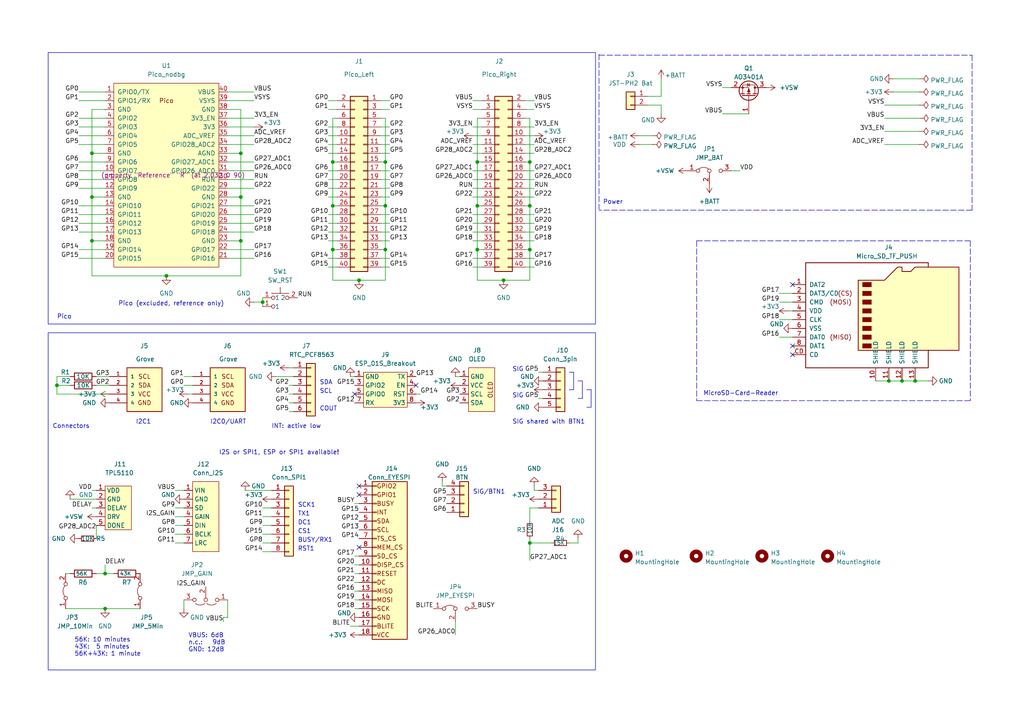
<source format=kicad_sch>
(kicad_sch (version 20230121) (generator eeschema)
  (paper "A4")
  (title_block (title "Pico-Proto Board") (date "2025-05-27") (rev "1.01") (company "Bernhard Bablok") (comment 1 "https://github.com/bablokb/pcb-pico-proto-pboard"))
  (junction (at 111.76 59.69))
  (junction (at 104.14 81.28))
  (junction (at 111.76 46.99))
  (junction (at 26.67 57.15))
  (junction (at 146.05 81.28))
  (junction (at 261.62 110.49))
  (junction (at 26.67 44.45))
  (junction (at 96.52 72.39))
  (junction (at 76.2 87.63))
  (junction (at 153.67 59.69))
  (junction (at 257.81 110.49))
  (junction (at 30.48 166.37))
  (junction (at 96.52 59.69))
  (junction (at 30.48 176.53))
  (junction (at 26.67 69.85))
  (junction (at 69.85 44.45))
  (junction (at 69.85 57.15))
  (junction (at 138.43 59.69))
  (junction (at 111.76 72.39))
  (junction (at 153.67 72.39))
  (junction (at 153.67 157.48))
  (junction (at 265.43 110.49))
  (junction (at 69.85 69.85))
  (junction (at 138.43 72.39))
  (junction (at 48.26 80.01))
  (junction (at 16.51 111.76))
  (junction (at 138.43 46.99))
  (junction (at 96.52 46.99))
  (junction (at 153.67 46.99))
  (no_connect (at 104.14 143.51))
  (no_connect (at 229.87 100.33))
  (no_connect (at 104.14 140.97))
  (no_connect (at 102.87 114.3))
  (no_connect (at 104.14 158.75))
  (no_connect (at 229.87 102.87))
  (no_connect (at 120.65 111.76))
  (no_connect (at 229.87 82.55))
  (polyline (pts (xy 170.18 113.03) (xy 171.45 113.03)))
  (wire (pts (xy 76.2 147.32) (xy 78.74 147.32)))
  (wire (pts (xy 16.51 114.3) (xy 31.75 114.3)))
  (wire (pts (xy 153.67 157.48) (xy 160.02 157.48)))
  (wire (pts (xy 69.85 69.85) (xy 66.04 69.85)))
  (wire (pts (xy 256.54 41.91) (xy 266.7 41.91)))
  (wire (pts (xy 30.48 166.37) (xy 30.48 163.83)))
  (wire (pts (xy 214.63 49.53) (xy 212.09 49.53)))
  (wire (pts (xy 22.86 41.91) (xy 30.48 41.91)))
  (wire (pts (xy 27.94 152.4) (xy 27.94 156.21)))
  (wire (pts (xy 256.54 30.48) (xy 266.7 30.48)))
  (wire (pts (xy 95.25 57.15) (xy 97.79 57.15)))
  (polyline (pts (xy 165.1 113.03) (xy 166.37 113.03)))
  (wire (pts (xy 22.86 64.77) (xy 30.48 64.77)))
  (wire (pts (xy 83.82 111.76) (xy 85.09 111.76)))
  (wire (pts (xy 20.32 144.78) (xy 27.94 144.78)))
  (wire (pts (xy 76.2 160.02) (xy 78.74 160.02)))
  (wire (pts (xy 83.82 106.68) (xy 85.09 106.68)))
  (wire (pts (xy 73.66 26.67) (xy 66.04 26.67)))
  (polyline (pts (xy 171.45 113.03) (xy 171.45 118.11)))
  (wire (pts (xy 153.67 156.21) (xy 153.67 157.48)))
  (polyline (pts (xy 165.1 107.95) (xy 166.37 107.95)))
  (wire (pts (xy 154.94 142.24) (xy 156.21 142.24)))
  (wire (pts (xy 22.86 67.31) (xy 30.48 67.31)))
  (wire (pts (xy 73.66 67.31) (xy 66.04 67.31)))
  (wire (pts (xy 76.2 154.94) (xy 78.74 154.94)))
  (wire (pts (xy 73.66 52.07) (xy 66.04 52.07)))
  (wire (pts (xy 259.08 22.86) (xy 266.7 22.86)))
  (wire (pts (xy 138.43 81.28) (xy 146.05 81.28)))
  (wire (pts (xy 113.03 62.23) (xy 110.49 62.23)))
  (wire (pts (xy 154.94 77.47) (xy 152.4 77.47)))
  (wire (pts (xy 187.96 27.94) (xy 191.77 27.94)))
  (wire (pts (xy 26.67 147.32) (xy 27.94 147.32)))
  (wire (pts (xy 73.66 49.53) (xy 66.04 49.53)))
  (wire (pts (xy 154.94 36.83) (xy 152.4 36.83)))
  (wire (pts (xy 153.67 147.32) (xy 156.21 147.32)))
  (wire (pts (xy 26.67 69.85) (xy 26.67 80.01)))
  (wire (pts (xy 66.04 44.45) (xy 69.85 44.45)))
  (wire (pts (xy 154.94 31.75) (xy 152.4 31.75)))
  (wire (pts (xy 191.77 22.86) (xy 191.77 27.94)))
  (wire (pts (xy 22.86 59.69) (xy 30.48 59.69)))
  (wire (pts (xy 111.76 46.99) (xy 111.76 59.69)))
  (polyline (pts (xy 281.94 60.96) (xy 173.736 60.96)) (stroke (width 0) (type dash)))
  (wire (pts (xy 138.43 59.69) (xy 138.43 72.39)))
  (wire (pts (xy 111.76 34.29) (xy 111.76 46.99)))
  (wire (pts (xy 50.8 154.94) (xy 53.34 154.94)))
  (wire (pts (xy 265.43 110.49) (xy 269.24 110.49)))
  (wire (pts (xy 76.2 87.63) (xy 76.2 88.9)))
  (wire (pts (xy 111.76 72.39) (xy 110.49 72.39)))
  (wire (pts (xy 138.43 59.69) (xy 139.7 59.69)))
  (wire (pts (xy 50.8 149.86) (xy 53.34 149.86)))
  (wire (pts (xy 26.67 80.01) (xy 48.26 80.01)))
  (polyline (pts (xy 170.18 118.11) (xy 171.45 118.11)))
  (wire (pts (xy 226.06 85.09) (xy 229.87 85.09)))
  (wire (pts (xy 95.25 41.91) (xy 97.79 41.91)))
  (wire (pts (xy 154.94 69.85) (xy 152.4 69.85)))
  (wire (pts (xy 152.4 34.29) (xy 153.67 34.29)))
  (wire (pts (xy 191.77 30.48) (xy 191.77 33.02)))
  (wire (pts (xy 153.67 72.39) (xy 152.4 72.39)))
  (wire (pts (xy 156.21 107.95) (xy 157.48 107.95)))
  (wire (pts (xy 165.1 157.48) (xy 167.64 157.48)))
  (wire (pts (xy 256.54 38.1) (xy 266.7 38.1)))
  (wire (pts (xy 27.94 111.76) (xy 31.75 111.76)))
  (wire (pts (xy 83.82 114.3) (xy 85.09 114.3)))
  (wire (pts (xy 22.86 74.93) (xy 30.48 74.93)))
  (wire (pts (xy 110.49 34.29) (xy 111.76 34.29)))
  (wire (pts (xy 185.42 41.91) (xy 189.23 41.91)))
  (wire (pts (xy 96.52 72.39) (xy 96.52 81.28)))
  (wire (pts (xy 113.03 54.61) (xy 110.49 54.61)))
  (wire (pts (xy 152.4 59.69) (xy 153.67 59.69)))
  (wire (pts (xy 102.87 166.37) (xy 104.14 166.37)))
  (wire (pts (xy 26.67 44.45) (xy 26.67 57.15)))
  (polyline (pts (xy 173.736 15.748) (xy 173.736 60.706)) (stroke (width 0) (type dash)))
  (wire (pts (xy 154.94 54.61) (xy 152.4 54.61)))
  (wire (pts (xy 76.2 149.86) (xy 78.74 149.86)))
  (wire (pts (xy 95.25 69.85) (xy 97.79 69.85)))
  (wire (pts (xy 153.67 46.99) (xy 153.67 59.69)))
  (wire (pts (xy 66.04 57.15) (xy 69.85 57.15)))
  (wire (pts (xy 154.94 62.23) (xy 152.4 62.23)))
  (polyline (pts (xy 202.057 69.85) (xy 281.432 69.85)) (stroke (width 0) (type dash)))
  (wire (pts (xy 137.16 67.31) (xy 139.7 67.31)))
  (wire (pts (xy 50.8 147.32) (xy 53.34 147.32)))
  (wire (pts (xy 76.2 86.36) (xy 76.2 87.63)))
  (wire (pts (xy 153.67 59.69) (xy 153.67 72.39)))
  (wire (pts (xy 113.03 44.45) (xy 110.49 44.45)))
  (wire (pts (xy 154.94 39.37) (xy 152.4 39.37)))
  (wire (pts (xy 228.6 90.17) (xy 229.87 90.17)))
  (wire (pts (xy 76.2 152.4) (xy 78.74 152.4)))
  (wire (pts (xy 95.25 39.37) (xy 97.79 39.37)))
  (wire (pts (xy 96.52 81.28) (xy 104.14 81.28)))
  (wire (pts (xy 137.16 64.77) (xy 139.7 64.77)))
  (wire (pts (xy 22.86 34.29) (xy 30.48 34.29)))
  (wire (pts (xy 102.87 146.05) (xy 104.14 146.05)))
  (wire (pts (xy 73.66 46.99) (xy 66.04 46.99)))
  (wire (pts (xy 73.66 62.23) (xy 66.04 62.23)))
  (wire (pts (xy 111.76 81.28) (xy 111.76 72.39)))
  (wire (pts (xy 16.51 109.22) (xy 16.51 111.76)))
  (wire (pts (xy 261.62 110.49) (xy 265.43 110.49)))
  (wire (pts (xy 138.43 46.99) (xy 139.7 46.99)))
  (wire (pts (xy 110.49 46.99) (xy 111.76 46.99)))
  (wire (pts (xy 110.49 59.69) (xy 111.76 59.69)))
  (wire (pts (xy 96.52 72.39) (xy 97.79 72.39)))
  (wire (pts (xy 53.34 111.76) (xy 55.88 111.76)))
  (wire (pts (xy 102.87 168.91) (xy 104.14 168.91)))
  (wire (pts (xy 154.94 67.31) (xy 152.4 67.31)))
  (wire (pts (xy 113.03 74.93) (xy 110.49 74.93)))
  (wire (pts (xy 226.06 87.63) (xy 229.87 87.63)))
  (wire (pts (xy 113.03 29.21) (xy 110.49 29.21)))
  (wire (pts (xy 22.86 52.07) (xy 30.48 52.07)))
  (wire (pts (xy 138.43 72.39) (xy 138.43 81.28)))
  (wire (pts (xy 54.61 114.3) (xy 55.88 114.3)))
  (wire (pts (xy 257.81 110.49) (xy 261.62 110.49)))
  (wire (pts (xy 26.67 57.15) (xy 26.67 69.85)))
  (wire (pts (xy 121.92 114.3) (xy 120.65 114.3)))
  (wire (pts (xy 73.66 72.39) (xy 66.04 72.39)))
  (wire (pts (xy 137.16 77.47) (xy 139.7 77.47)))
  (wire (pts (xy 113.03 69.85) (xy 110.49 69.85)))
  (polyline (pts (xy 167.64 115.57) (xy 168.91 115.57)))
  (polyline (pts (xy 173.736 16.002) (xy 281.94 16.002)) (stroke (width 0) (type dash)))
  (wire (pts (xy 209.55 25.4) (xy 212.09 25.4)))
  (wire (pts (xy 30.48 166.37) (xy 33.02 166.37)))
  (wire (pts (xy 96.52 46.99) (xy 97.79 46.99)))
  (wire (pts (xy 153.67 147.32) (xy 153.67 151.13)))
  (wire (pts (xy 156.21 115.57) (xy 157.48 115.57)))
  (wire (pts (xy 102.87 161.29) (xy 104.14 161.29)))
  (wire (pts (xy 48.26 80.01) (xy 69.85 80.01)))
  (wire (pts (xy 137.16 39.37) (xy 139.7 39.37)))
  (wire (pts (xy 111.76 59.69) (xy 111.76 72.39)))
  (wire (pts (xy 113.03 36.83) (xy 110.49 36.83)))
  (wire (pts (xy 137.16 57.15) (xy 139.7 57.15)))
  (wire (pts (xy 22.86 39.37) (xy 30.48 39.37)))
  (wire (pts (xy 153.67 34.29) (xy 153.67 46.99)))
  (wire (pts (xy 113.03 64.77) (xy 110.49 64.77)))
  (wire (pts (xy 95.25 44.45) (xy 97.79 44.45)))
  (wire (pts (xy 95.25 52.07) (xy 97.79 52.07)))
  (wire (pts (xy 26.67 69.85) (xy 30.48 69.85)))
  (wire (pts (xy 30.48 176.53) (xy 40.64 176.53)))
  (wire (pts (xy 113.03 41.91) (xy 110.49 41.91)))
  (wire (pts (xy 69.85 80.01) (xy 69.85 69.85)))
  (wire (pts (xy 113.03 49.53) (xy 110.49 49.53)))
  (wire (pts (xy 102.87 171.45) (xy 104.14 171.45)))
  (polyline (pts (xy 281.432 116.205) (xy 202.057 116.205)) (stroke (width 0) (type dash)))
  (wire (pts (xy 95.25 31.75) (xy 97.79 31.75)))
  (wire (pts (xy 137.16 31.75) (xy 139.7 31.75)))
  (wire (pts (xy 132.08 184.15) (xy 132.08 180.34)))
  (wire (pts (xy 138.43 46.99) (xy 138.43 59.69)))
  (wire (pts (xy 26.67 142.24) (xy 27.94 142.24)))
  (wire (pts (xy 73.66 39.37) (xy 66.04 39.37)))
  (wire (pts (xy 254 110.49) (xy 257.81 110.49)))
  (wire (pts (xy 102.87 176.53) (xy 104.14 176.53)))
  (wire (pts (xy 154.94 64.77) (xy 152.4 64.77)))
  (wire (pts (xy 95.25 49.53) (xy 97.79 49.53)))
  (wire (pts (xy 69.85 31.75) (xy 69.85 44.45)))
  (wire (pts (xy 146.05 81.28) (xy 153.67 81.28)))
  (wire (pts (xy 64.77 179.07) (xy 66.04 179.07)))
  (wire (pts (xy 26.67 44.45) (xy 30.48 44.45)))
  (wire (pts (xy 22.86 62.23) (xy 30.48 62.23)))
  (wire (pts (xy 113.03 77.47) (xy 110.49 77.47)))
  (wire (pts (xy 139.7 34.29) (xy 138.43 34.29)))
  (wire (pts (xy 97.79 34.29) (xy 96.52 34.29)))
  (wire (pts (xy 154.94 41.91) (xy 152.4 41.91)))
  (wire (pts (xy 95.25 77.47) (xy 97.79 77.47)))
  (wire (pts (xy 50.8 142.24) (xy 53.34 142.24)))
  (wire (pts (xy 226.06 97.79) (xy 229.87 97.79)))
  (wire (pts (xy 73.66 36.83) (xy 66.04 36.83)))
  (wire (pts (xy 132.08 109.22) (xy 133.35 109.22)))
  (wire (pts (xy 209.55 33.02) (xy 217.17 33.02)))
  (wire (pts (xy 20.32 109.22) (xy 16.51 109.22)))
  (wire (pts (xy 138.43 34.29) (xy 138.43 46.99)))
  (wire (pts (xy 30.48 31.75) (xy 26.67 31.75)))
  (wire (pts (xy 137.16 36.83) (xy 139.7 36.83)))
  (wire (pts (xy 154.94 29.21) (xy 152.4 29.21)))
  (wire (pts (xy 66.04 31.75) (xy 69.85 31.75)))
  (wire (pts (xy 113.03 31.75) (xy 110.49 31.75)))
  (wire (pts (xy 153.67 157.48) (xy 153.67 162.56)))
  (wire (pts (xy 154.94 49.53) (xy 152.4 49.53)))
  (wire (pts (xy 20.32 111.76) (xy 16.51 111.76)))
  (wire (pts (xy 185.42 39.37) (xy 189.23 39.37)))
  (wire (pts (xy 95.25 64.77) (xy 97.79 64.77)))
  (wire (pts (xy 167.64 157.48) (xy 167.64 156.21)))
  (polyline (pts (xy 166.37 107.95) (xy 166.37 113.03)))
  (wire (pts (xy 266.7 26.67) (xy 259.08 26.67)))
  (wire (pts (xy 154.94 52.07) (xy 152.4 52.07)))
  (wire (pts (xy 95.25 29.21) (xy 97.79 29.21)))
  (wire (pts (xy 73.66 74.93) (xy 66.04 74.93)))
  (wire (pts (xy 96.52 34.29) (xy 96.52 46.99)))
  (wire (pts (xy 80.01 109.22) (xy 85.09 109.22)))
  (wire (pts (xy 27.94 109.22) (xy 31.75 109.22)))
  (wire (pts (xy 113.03 52.07) (xy 110.49 52.07)))
  (wire (pts (xy 96.52 59.69) (xy 97.79 59.69)))
  (wire (pts (xy 19.05 166.37) (xy 20.32 166.37)))
  (wire (pts (xy 69.85 57.15) (xy 69.85 69.85)))
  (wire (pts (xy 73.66 41.91) (xy 66.04 41.91)))
  (wire (pts (xy 22.86 36.83) (xy 30.48 36.83)))
  (wire (pts (xy 22.86 49.53) (xy 30.48 49.53)))
  (wire (pts (xy 96.52 46.99) (xy 96.52 59.69)))
  (polyline (pts (xy 281.94 16.002) (xy 281.94 60.96)) (stroke (width 0) (type dash)))
  (polyline (pts (xy 168.91 110.49) (xy 168.91 115.57)))
  (wire (pts (xy 128.27 140.97) (xy 129.54 140.97)))
  (polyline (pts (xy 167.64 110.49) (xy 168.91 110.49)))
  (wire (pts (xy 226.06 92.71) (xy 229.87 92.71)))
  (wire (pts (xy 104.14 81.28) (xy 111.76 81.28)))
  (wire (pts (xy 137.16 69.85) (xy 139.7 69.85)))
  (wire (pts (xy 154.94 57.15) (xy 152.4 57.15)))
  (wire (pts (xy 95.25 62.23) (xy 97.79 62.23)))
  (wire (pts (xy 16.51 114.3) (xy 16.51 111.76)))
  (wire (pts (xy 137.16 44.45) (xy 139.7 44.45)))
  (wire (pts (xy 73.66 64.77) (xy 66.04 64.77)))
  (wire (pts (xy 83.82 119.38) (xy 85.09 119.38)))
  (wire (pts (xy 154.94 140.97) (xy 154.94 142.24)))
  (wire (pts (xy 137.16 54.61) (xy 139.7 54.61)))
  (wire (pts (xy 137.16 41.91) (xy 139.7 41.91)))
  (wire (pts (xy 22.86 26.67) (xy 30.48 26.67)))
  (wire (pts (xy 137.16 74.93) (xy 139.7 74.93)))
  (wire (pts (xy 53.34 109.22) (xy 55.88 109.22)))
  (wire (pts (xy 69.85 44.45) (xy 69.85 57.15)))
  (wire (pts (xy 95.25 54.61) (xy 97.79 54.61)))
  (wire (pts (xy 73.66 29.21) (xy 66.04 29.21)))
  (wire (pts (xy 76.2 157.48) (xy 78.74 157.48)))
  (wire (pts (xy 50.8 152.4) (xy 53.34 152.4)))
  (wire (pts (xy 64.77 180.34) (xy 64.77 179.07)))
  (wire (pts (xy 22.86 29.21) (xy 30.48 29.21)))
  (wire (pts (xy 73.66 34.29) (xy 66.04 34.29)))
  (polyline (pts (xy 202.057 69.85) (xy 202.057 116.205)) (stroke (width 0) (type dash)))
  (wire (pts (xy 137.16 62.23) (xy 139.7 62.23)))
  (wire (pts (xy 22.86 72.39) (xy 30.48 72.39)))
  (wire (pts (xy 83.82 116.84) (xy 85.09 116.84)))
  (wire (pts (xy 66.04 179.07) (xy 66.04 173.99)))
  (wire (pts (xy 256.54 34.29) (xy 266.7 34.29)))
  (wire (pts (xy 154.94 44.45) (xy 152.4 44.45)))
  (wire (pts (xy 73.66 59.69) (xy 66.04 59.69)))
  (wire (pts (xy 138.43 72.39) (xy 139.7 72.39)))
  (wire (pts (xy 73.66 54.61) (xy 66.04 54.61)))
  (wire (pts (xy 95.25 74.93) (xy 97.79 74.93)))
  (wire (pts (xy 102.87 163.83) (xy 104.14 163.83)))
  (wire (pts (xy 153.67 81.28) (xy 153.67 72.39)))
  (wire (pts (xy 96.52 59.69) (xy 96.52 72.39)))
  (wire (pts (xy 101.6 181.61) (xy 104.14 181.61)))
  (wire (pts (xy 27.94 166.37) (xy 30.48 166.37)))
  (wire (pts (xy 113.03 39.37) (xy 110.49 39.37)))
  (wire (pts (xy 137.16 52.07) (xy 139.7 52.07)))
  (wire (pts (xy 71.12 142.24) (xy 78.74 142.24)))
  (wire (pts (xy 73.66 87.63) (xy 76.2 87.63)))
  (wire (pts (xy 26.67 31.75) (xy 26.67 44.45)))
  (wire (pts (xy 50.8 157.48) (xy 53.34 157.48)))
  (wire (pts (xy 128.27 139.7) (xy 128.27 140.97)))
  (wire (pts (xy 113.03 57.15) (xy 110.49 57.15)))
  (wire (pts (xy 19.05 176.53) (xy 30.48 176.53)))
  (wire (pts (xy 22.86 54.61) (xy 30.48 54.61)))
  (wire (pts (xy 102.87 173.99) (xy 104.14 173.99)))
  (wire (pts (xy 22.86 46.99) (xy 30.48 46.99)))
  (wire (pts (xy 113.03 67.31) (xy 110.49 67.31)))
  (polyline (pts (xy 281.432 69.85) (xy 281.432 116.205)) (stroke (width 0) (type dash)))
  (wire (pts (xy 187.96 30.48) (xy 191.77 30.48)))
  (wire (pts (xy 26.67 57.15) (xy 30.48 57.15)))
  (wire (pts (xy 101.6 109.22) (xy 102.87 109.22)))
  (wire (pts (xy 152.4 46.99) (xy 153.67 46.99)))
  (wire (pts (xy 53.34 176.53) (xy 53.34 173.99)))
  (wire (pts (xy 137.16 49.53) (xy 139.7 49.53)))
  (wire (pts (xy 95.25 67.31) (xy 97.79 67.31)))
  (wire (pts (xy 154.94 74.93) (xy 152.4 74.93)))
  (wire (pts (xy 95.25 36.83) (xy 97.79 36.83)))
  (wire (pts (xy 137.16 29.21) (xy 139.7 29.21)))
  (rectangle (start 13.97 96.52) (end 172.72 194.31))
  (rectangle (start 13.97 15.24) (end 172.72 93.98))
  (text "SIG" (at 148.59 115.57 0) (effects (font (size 1.27 1.27)) (justify left bottom)))
  (text "TX1" (at 86.36 149.86 0) (effects (font (size 1.27 1.27)) (justify left bottom)))
  (text "56K: 10 minutes\n43K:  5 minutes\n56K+43K: 1 minute" (at 21.59 190.5 0) (effects (font (size 1.27 1.27)) (justify left bottom)))
  (text "SIG" (at 148.59 107.95 0) (effects (font (size 1.27 1.27)) (justify left bottom)))
  (text "SDA" (at 92.71 111.76 0) (effects (font (size 1.27 1.27)) (justify left bottom)))
  (text "Pico (excluded, reference only)" (at 34.29 88.9 0) (effects (font (size 1.27 1.27)) (justify left bottom)))
  (text "DC1" (at 86.36 152.4 0) (effects (font (size 1.27 1.27)) (justify left bottom)))
  (text "CS1" (at 86.36 154.94 0) (effects (font (size 1.27 1.27)) (justify left bottom)))
  (text "SCK1" (at 86.36 147.32 0) (effects (font (size 1.27 1.27)) (justify left bottom)))
  (text "I2S or SPI1, ESP or SPI1 available!" (at 63.5 132.08 0) (effects (font (size 1.27 1.27)) (justify left bottom)))
  (text "INT: active low" (at 78.74 124.46 0) (effects (font (size 1.27 1.27)) (justify left bottom)))
  (text "Pico" (at 16.51 92.71 0) (effects (font (size 1.27 1.27)) (justify left bottom)))
  (text "SCL" (at 92.71 114.3 0) (effects (font (size 1.27 1.27)) (justify left bottom)))
  (text "Power" (at 174.879 59.436 0) (effects (font (size 1.27 1.27)) (justify left bottom)))
  (text "MicroSD-Card-Reader" (at 203.962 114.935 0) (effects (font (size 1.27 1.27)) (justify left bottom)))
  (text "SIG shared with BTN1" (at 148.59 123.19 0) (effects (font (size 1.27 1.27)) (justify left bottom)))
  (text "BUSY/RX1" (at 86.36 157.48 0) (effects (font (size 1.27 1.27)) (justify left bottom)))
  (text "SIG/BTN1" (at 137.16 143.51 0) (effects (font (size 1.27 1.27)) (justify left bottom)))
  (text "Connectors" (at 15.24 124.46 0) (effects (font (size 1.27 1.27)) (justify left bottom)))
  (text "RST1" (at 86.36 160.02 0) (effects (font (size 1.27 1.27)) (justify left bottom)))
  (text "VBUS: 6dB\nn.c.:   9dB\nGND: 12dB" (at 54.61 189.23 0) (effects (font (size 1.27 1.27)) (justify left bottom)))
  (text "I2C0/UART" (at 60.96 123.19 0) (effects (font (size 1.27 1.27)) (justify left bottom)))
  (text "I2C1" (at 39.37 123.19 0) (effects (font (size 1.27 1.27)) (justify left bottom)))
  (text "COUT" (at 92.71 119.38 0) (effects (font (size 1.27 1.27)) (justify left bottom)))
  (label "ADC_VREF" (at 73.66 39.37 0))
  (label "GP26_ADC0" (at 132.08 184.15 180))
  (label "GP19" (at 73.66 64.77 0))
  (label "GP16" (at 226.06 97.79 180))
  (label "GP4" (at 83.82 116.84 180))
  (label "GP18" (at 226.06 92.71 180))
  (label "GP14" (at 95.25 74.93 180))
  (label "GP19" (at 154.94 67.31 0))
  (label "GP28_ADC2" (at 27.94 153.67 180))
  (label "GP22" (at 137.16 57.15 180))
  (label "GP15" (at 76.2 154.94 180))
  (label "GP3" (at 95.25 39.37 180))
  (label "RUN" (at 154.94 54.61 0))
  (label "GP1" (at 53.34 109.22 180))
  (label "GP9" (at 113.03 57.15 0))
  (label "GP28_ADC2" (at 137.16 44.45 180))
  (label "I2S_GAIN" (at 59.69 170.18 180))
  (label "GP9" (at 76.2 152.4 180))
  (label "3V3_EN" (at 154.94 36.83 0))
  (label "GP13" (at 113.03 69.85 0))
  (label "GP26_ADC0" (at 73.66 49.53 0))
  (label "GP5" (at 22.86 41.91 180))
  (label "GP3" (at 83.82 114.3 180))
  (label "GP18" (at 102.87 176.53 180))
  (label "VBUS" (at 209.55 33.02 180))
  (label "GP10" (at 50.8 154.94 180))
  (label "GP6" (at 22.86 46.99 180))
  (label "GP0" (at 22.86 26.67 180))
  (label "GP8" (at 95.25 54.61 180))
  (label "GP8" (at 76.2 157.48 180))
  (label "VDD" (at 26.67 142.24 180))
  (label "GP1" (at 22.86 29.21 180))
  (label "GP10" (at 95.25 62.23 180))
  (label "GP15" (at 22.86 74.93 180))
  (label "GP20" (at 73.66 62.23 0))
  (label "GP16" (at 137.16 77.47 180))
  (label "GP12" (at 113.03 67.31 0))
  (label "VBUS" (at 64.77 180.34 180))
  (label "DELAY" (at 26.67 147.32 180))
  (label "GP16" (at 73.66 74.93 0))
  (label "RUN" (at 137.16 54.61 180))
  (label "RUN" (at 86.36 86.36 0))
  (label "GP15" (at 104.14 148.59 180))
  (label "GP5" (at 113.03 44.45 0))
  (label "GP28_ADC2" (at 154.94 44.45 0))
  (label "GP8" (at 22.86 52.07 180))
  (label "GP19" (at 226.06 87.63 180))
  (label "GP11" (at 76.2 149.86 180))
  (label "GP2" (at 31.75 111.76 180))
  (label "GP5" (at 156.21 107.95 180))
  (label "GP15" (at 113.03 77.47 0))
  (label "GP14" (at 76.2 160.02 180))
  (label "GP27_ADC1" (at 73.66 46.99 0))
  (label "VSYS" (at 73.66 29.21 0))
  (label "GP14" (at 104.14 156.21 180))
  (label "VSYS" (at 256.54 30.48 180))
  (label "GP11" (at 50.8 157.48 180))
  (label "GP12" (at 104.14 151.13 180))
  (label "GP14" (at 22.86 72.39 180))
  (label "ADC_VREF" (at 137.16 41.91 180))
  (label "GP22" (at 73.66 54.61 0))
  (label "GP18" (at 73.66 67.31 0))
  (label "GP13" (at 22.86 67.31 180))
  (label "GP19" (at 102.87 173.99 180))
  (label "GP9" (at 50.8 147.32 180))
  (label "BLITE" (at 101.6 181.61 180))
  (label "BLITE" (at 125.73 176.53 180))
  (label "GP14" (at 121.92 114.3 0))
  (label "GP9" (at 22.86 54.61 180))
  (label "GP15" (at 102.87 111.76 180))
  (label "GP7" (at 113.03 52.07 0))
  (label "VBUS" (at 256.54 34.29 180))
  (label "VBUS" (at 137.16 29.21 180))
  (label "ADC_VREF" (at 154.94 41.91 0))
  (label "GP2" (at 22.86 34.29 180))
  (label "GP12" (at 102.87 116.84 180))
  (label "GP2" (at 133.35 116.84 180))
  (label "GP16" (at 102.87 171.45 180))
  (label "GP28_ADC2" (at 73.66 41.91 0))
  (label "VBUS" (at 73.66 26.67 0))
  (label "GP3" (at 22.86 36.83 180))
  (label "ADC_VREF" (at 256.54 41.91 180))
  (label "VSYS" (at 137.16 31.75 180))
  (label "GP2" (at 83.82 111.76 180))
  (label "GP11" (at 113.03 64.77 0))
  (label "GP5" (at 95.25 44.45 180))
  (label "GP3" (at 113.03 39.37 0))
  (label "BUSY" (at 102.87 146.05 180))
  (label "GP6" (at 95.25 49.53 180))
  (label "GP1" (at 95.25 31.75 180))
  (label "GP18" (at 137.16 69.85 180))
  (label "GP20" (at 102.87 163.83 180))
  (label "3V3_EN" (at 137.16 36.83 180))
  (label "GP13" (at 120.65 109.22 0))
  (label "GP6" (at 129.54 148.59 180))
  (label "DELAY" (at 30.48 163.83 0))
  (label "VSYS" (at 209.55 25.4 180))
  (label "GP22" (at 102.87 168.91 180))
  (label "GP20" (at 137.16 64.77 180))
  (label "GP19" (at 137.16 67.31 180))
  (label "GP5" (at 156.21 115.57 180))
  (label "3V3_EN" (at 73.66 34.29 0))
  (label "GP10" (at 76.2 147.32 180))
  (label "GP9" (at 95.25 57.15 180))
  (label "GP8" (at 50.8 152.4 180))
  (label "GP12" (at 95.25 67.31 180))
  (label "GP21" (at 73.66 59.69 0))
  (label "GP0" (at 95.25 29.21 180))
  (label "GP11" (at 95.25 64.77 180))
  (label "GP17" (at 226.06 85.09 180))
  (label "GP13" (at 104.14 153.67 180))
  (label "GP6" (at 113.03 49.53 0))
  (label "GP4" (at 95.25 41.91 180))
  (label "GP22" (at 154.94 57.15 0))
  (label "GP2" (at 113.03 36.83 0))
  (label "GP8" (at 113.03 54.61 0))
  (label "GP11" (at 22.86 62.23 180))
  (label "GP7" (at 22.86 49.53 180))
  (label "GP5" (at 83.82 119.38 180))
  (label "I2S_GAIN" (at 50.8 149.86 180))
  (label "GP15" (at 95.25 77.47 180))
  (label "GP3" (at 133.35 114.3 180))
  (label "GP20" (at 154.94 64.77 0))
  (label "GP0" (at 53.34 111.76 180))
  (label "GP26_ADC0" (at 137.16 52.07 180))
  (label "VSYS" (at 154.94 31.75 0))
  (label "GP7" (at 129.54 146.05 180))
  (label "GP27_ADC1" (at 137.16 49.53 180))
  (label "GP21" (at 154.94 62.23 0))
  (label "3V3_EN" (at 256.54 38.1 180))
  (label "GP17" (at 154.94 74.93 0))
  (label "GP2" (at 95.25 36.83 180))
  (label "GP27_ADC1" (at 153.67 162.56 0))
  (label "GP4" (at 113.03 41.91 0))
  (label "GP1" (at 113.03 31.75 0))
  (label "GP18" (at 154.94 69.85 0))
  (label "GP17" (at 73.66 72.39 0))
  (label "GP4" (at 22.86 39.37 180))
  (label "VDD" (at 214.63 49.53 0))
  (label "BUSY" (at 138.43 176.53 0))
  (label "GP10" (at 113.03 62.23 0))
  (label "GP27_ADC1" (at 154.94 49.53 0))
  (label "GP12" (at 22.86 64.77 180))
  (label "GP16" (at 154.94 77.47 0))
  (label "GP0" (at 113.03 29.21 0))
  (label "GP17" (at 102.87 161.29 180))
  (label "RUN" (at 73.66 52.07 0))
  (label "GP5" (at 129.54 143.51 180))
  (label "GP21" (at 102.87 166.37 180))
  (label "GP10" (at 22.86 59.69 180))
  (label "GP21" (at 137.16 62.23 180))
  (label "GP17" (at 137.16 74.93 180))
  (label "GP7" (at 95.25 52.07 180))
  (label "GP26_ADC0" (at 154.94 52.07 0))
  (label "VBUS" (at 50.8 142.24 180))
  (label "GP3" (at 31.75 109.22 180))
  (label "GP14" (at 113.03 74.93 0))
  (label "VBUS" (at 154.94 29.21 0))
  (label "GP13" (at 95.25 69.85 180))
  (symbol (lib_id "power:+3V3") (at 78.74 144.78 90) (unit 1)
    (property "Reference" "#PWR038" (effects hide))
    (property "Value" "+3V3" (at 76.2 143.51 90) (effects (justify left)))
  )
  (symbol (lib_id "power:GND") (at 229.87 95.25 270) (unit 1)
    (property "Reference" "#PWR014" (effects hide))
    (property "Value" "GND" (at 225.298 93.98 90))
  )
  (symbol (lib_id "Mechanical:MountingHole") (at 240.03 161.29 0) (unit 1) (in_bom no)
    (property "Reference" "H4" (at 242.57 160.4553 0) (effects (justify left)))
    (property "Value" "MountingHole" (at 242.57 162.9922 0) (effects (justify left)))
    (property "Footprint" "MountingHole:MountingHole_2.5mm" (effects hide))
  )
  (symbol (lib_id "power:+3V3") (at 137.16 39.37 90) (unit 1)
    (property "Reference" "#PWR039" (effects hide))
    (property "Value" "+3V3" (at 134.62 38.1 90) (effects (justify left)))
  )
  (symbol (lib_id "power:GND") (at 31.75 116.84 270) (unit 1)
    (property "Reference" "#PWR020" (effects hide))
    (property "Value" "GND" (at 27.94 116.84 90) (effects (justify right)))
  )
  (symbol (lib_id "user:MAX98357A_Breakout") (at 55.88 139.7 0) (unit 1) (in_bom no)
    (property "Reference" "J12" (at 57.15 134.62 0) (effects (justify left)))
    (property "Value" "Conn_I2S" (at 55.88 137.16 0) (effects (justify left)))
    (property "Footprint" "user:MAX98357A_Breakout" (effects hide))
  )
  (symbol (lib_id "power:+BATT") (at 185.42 39.37 90) (unit 1)
    (property "Reference" "#PWR01" (effects hide))
    (property "Value" "+BATT" (at 182.245 39.8038 90) (effects (justify left)))
  )
  (symbol (lib_id "user:ESP_01S_Breakout") (at 111.76 113.03 0) (unit 1) (in_bom no)
    (property "Reference" "J9" (at 111.76 102.87 0))
    (property "Value" "ESP_01S_Breakout" (at 111.76 105.41 0))
    (property "Footprint" "user:ESP_01S_Breakout" (effects hide))
  )
  (symbol (lib_id "power:+3V3") (at 259.08 26.67 90) (unit 1)
    (property "Reference" "#PWR04" (effects hide))
    (property "Value" "+3V3" (at 256.032 26.67 90) (effects (justify left)))
  )
  (symbol (lib_id "Connector_Generic:Conn_01x02") (at 182.88 27.94 0) (mirror y) (unit 1) (in_bom no)
    (property "Reference" "J3" (at 182.88 21.59 0))
    (property "Value" "JST-PH2 Bat" (at 182.88 24.13 0))
    (property "Footprint" "user:JST_PH_S2B-PH-SM4-TB_1x02-1MP_P2.00mm_Horizontal" (effects hide))
    (property "LCSC" "C295747" (effects hide))
  )
  (symbol (lib_id "user:Grove") (at 66.04 111.76 0) (unit 1) (in_bom no)
    (property "Reference" "J6" (at 64.77 100.33 0) (effects (justify left)))
    (property "Value" "Grove" (at 63.5 104.14 0) (effects (justify left)))
    (property "Footprint" "user:grove_vertical" (effects hide))
    (property "MANUFACTURER" "Seeed Technology" (effects hide))
  )
  (symbol (lib_id "Connector_Generic:Conn_01x08") (at 83.82 149.86 0) (unit 1)
    (property "Reference" "J13" (at 81.28 135.89 0) (effects (justify left)))
    (property "Value" "Conn_SPI1" (at 78.74 138.43 0) (effects (justify left)))
    (property "Footprint" "Connector_PinHeader_2.54mm:PinHeader_2x04_P2.54mm_Vertical" (effects hide))
  )
  (symbol (lib_id "power:GND") (at 55.88 116.84 270) (unit 1)
    (property "Reference" "#PWR021" (effects hide))
    (property "Value" "GND" (at 53.34 116.84 90) (effects (justify right)))
  )
  (symbol (lib_id "Connector_Generic:Conn_01x04") (at 134.62 146.05 0) (mirror x) (unit 1)
    (property "Reference" "J15" (at 132.08 135.89 0) (effects (justify left)))
    (property "Value" "BTN" (at 132.08 138.43 0) (effects (justify left)))
    (property "Footprint" "Connector_PinSocket_2.54mm:PinSocket_1x04_P2.54mm_Vertical" (effects hide))
  )
  (symbol (lib_id "power:+BATT") (at 205.74 53.34 180) (unit 1)
    (property "Reference" "#PWR08" (effects hide))
    (property "Value" "+BATT" (at 205.74 58.42 0))
  )
  (symbol (lib_id "Device:R") (at 36.83 166.37 90) (unit 1)
    (property "Reference" "R7" (at 38.1 168.91 90) (effects (justify left)))
    (property "Value" "43K" (at 38.1 166.37 90) (effects (font (size 1.1 1.1)) (justify left)))
    (property "Footprint" "Resistor_SMD:R_0603_1608Metric" (effects hide))
    (property "LCSC" "C23172" (effects hide))
  )
  (symbol (lib_id "Device:R") (at 24.13 109.22 90) (unit 1)
    (property "Reference" "R1" (at 20.32 107.95 90) (effects (justify left)))
    (property "Value" "10K" (at 26.035 109.22 90) (effects (justify left)))
    (property "Footprint" "Resistor_SMD:R_0402_1005Metric" (effects hide))
    (property "LCSC" "C25744" (effects hide))
  )
  (symbol (lib_id "power:GND") (at 73.66 87.63 270) (unit 1)
    (property "Reference" "#PWR09" (effects hide))
    (property "Value" "GND" (at 68.58 85.09 90) (effects (justify left)))
  )
  (symbol (lib_id "power:+3V3") (at 133.35 111.76 90) (unit 1)
    (property "Reference" "#PWR036" (effects hide))
    (property "Value" "+3V3" (at 130.81 110.49 90) (effects (justify left)))
  )
  (symbol (lib_id "power:GND") (at 157.48 110.49 270) (unit 1)
    (property "Reference" "#PWR018" (effects hide))
    (property "Value" "GND" (at 154.94 109.22 90) (effects (justify right)))
  )
  (symbol (lib_id "power:GND") (at 48.26 80.01 0) (unit 1)
    (property "Reference" "#PWR010" (effects hide))
    (property "Value" "GND" (at 48.26 85.09 0))
  )
  (symbol (lib_id "power:GND") (at 154.94 140.97 180) (unit 1)
    (property "Reference" "#PWR040" (effects hide))
    (property "Value" "GND" (at 154.94 135.89 0))
  )
  (symbol (lib_id "power:GND") (at 30.48 176.53 0) (unit 1)
    (property "Reference" "#PWR046" (effects hide))
    (property "Value" "GND" (at 30.48 181.61 0))
  )
  (symbol (lib_id "power:GND") (at 128.27 139.7 180) (unit 1)
    (property "Reference" "#PWR041" (effects hide))
    (property "Value" "GND" (at 128.27 134.62 0))
  )
  (symbol (lib_id "Connector_Generic:Conn_02x20_Odd_Even") (at 144.78 52.07 0) (unit 1)
    (property "Reference" "J2" (at 144.78 17.78 0))
    (property "Value" "Pico_Right" (at 144.78 21.59 0))
    (property "Footprint" "Connector_PinSocket_2.54mm:PinSocket_2x20_P2.54mm_Vertical" (effects hide))
  )
  (symbol (lib_id "power:+3V3") (at 156.21 144.78 90) (unit 1)
    (property "Reference" "#PWR043" (effects hide))
    (property "Value" "+3V3" (at 153.67 143.51 90) (effects (justify left)))
  )
  (symbol (lib_id "power:+VSW") (at 222.25 25.4 270) (unit 1)
    (property "Reference" "#PWR03" (effects hide))
    (property "Value" "+VSW" (at 226.06 25.4 90) (effects (justify left)))
  )
  (symbol (lib_id "Jumper:Jumper_3_Open") (at 59.69 173.99 180) (unit 1)
    (property "Reference" "JP2" (at 57.15 163.83 0))
    (property "Value" "JMP_GAIN" (at 57.15 166.37 0))
    (property "Footprint" "Connector_PinHeader_2.54mm:PinHeader_1x03_P2.54mm_Vertical" (effects hide))
  )
  (symbol (lib_id "Jumper:Jumper_2_Bridged") (at 19.05 171.45 90) (unit 1)
    (property "Reference" "JP3" (at 19.05 179.07 90) (effects (justify right)))
    (property "Value" "JMP_10Min" (at 16.51 181.61 90) (effects (justify right)))
    (property "Footprint" "Jumper:SolderJumper-2_P1.3mm_Bridged_Pad1.0x1.5mm" (effects hide))
  )
  (symbol (lib_id "power:PWR_FLAG") (at 266.7 30.48 270) (unit 1)
    (property "Reference" "#FLG04" (effects hide))
    (property "Value" "PWR_FLAG" (at 269.875 30.9138 90) (effects (justify left)))
  )
  (symbol (lib_id "power:+3V3") (at 83.82 106.68 90) (unit 1)
    (property "Reference" "#PWR034" (effects hide))
    (property "Value" "+3V3" (at 81.28 105.41 90) (effects (justify left)))
  )
  (symbol (lib_id "Mechanical:MountingHole") (at 220.98 161.29 0) (unit 1) (in_bom no)
    (property "Reference" "H3" (at 223.52 160.4553 0) (effects (justify left)))
    (property "Value" "MountingHole" (at 223.52 162.9922 0) (effects (justify left)))
    (property "Footprint" "MountingHole:MountingHole_2.5mm" (effects hide))
  )
  (symbol (lib_id "power:GND") (at 20.32 144.78 180) (unit 1)
    (property "Reference" "#PWR023" (effects hide))
    (property "Value" "GND" (at 22.86 143.51 0) (effects (justify right)))
  )
  (symbol (lib_id "user:Conn_EYESPI") (at 109.22 162.56 0) (unit 1)
    (property "Reference" "J14" (at 111.76 135.89 0) (effects (justify left)))
    (property "Value" "Conn_EYESPI" (at 106.68 138.43 0) (effects (justify left)))
    (property "Footprint" "user:G-Shell-FPC_1x18_P0.50mm_Horizontal" (effects hide))
    (property "Datasheet" "https://wmsc.lcsc.com/wmsc/upload/file/pdf/v2/lcsc/2404081601_G-Switch-GT-F0506SR20-18SMT01_C21260844.pdf" (effects hide))
    (property "LCSC" "C21260844" (effects hide))
  )
  (symbol (lib_id "user:Pico_nodbg") (at 48.26 50.8 0) (unit 1) (in_bom no) (on_board no)
    (property "Reference" "U1" (at 48.26 19.05 0))
    (property "Value" "Pico_nodbg" (at 48.26 21.59 0))
    (property "Footprint" "user:RPi_Pico_SMD_TH_nodbg" (effects hide))
    (property "LCSC" "    (property \"Reference\" \"R\" (at 2.032 0 90)" (at 48.26 50.8 0))
  )
  (symbol (lib_id "power:GND") (at 22.86 156.21 270) (unit 1)
    (property "Reference" "#PWR045" (effects hide))
    (property "Value" "GND" (at 19.05 156.21 90) (effects (justify right)))
  )
  (symbol (lib_id "power:PWR_FLAG") (at 266.7 41.91 270) (unit 1)
    (property "Reference" "#FLG08" (effects hide))
    (property "Value" "PWR_FLAG" (at 269.875 42.3438 90) (effects (justify left)))
  )
  (symbol (lib_id "Device:R_Small") (at 153.67 153.67 0) (unit 1)
    (property "Reference" "R3" (at 149.86 153.67 0) (effects (justify left)))
    (property "Value" "10K" (at 153.67 154.94 90) (effects (font (size 1.1 1.1)) (justify left)))
    (property "Footprint" "Resistor_SMD:R_0402_1005Metric" (effects hide))
    (property "LCSC" "C25744" (effects hide))
  )
  (symbol (lib_id "power:GND") (at 104.14 179.07 270) (unit 1)
    (property "Reference" "#PWR027" (effects hide))
    (property "Value" "GND" (at 97.79 177.8 90) (effects (justify left)))
  )
  (symbol (lib_id "user:TPL5110_Breakout") (at 34.29 143.51 0) (unit 1)
    (property "Reference" "J11" (at 33.02 134.62 0) (effects (justify left)))
    (property "Value" "TPL5110" (at 30.48 137.16 0) (effects (justify left)))
    (property "Footprint" "user:TPL5110_Breakout" (effects hide))
  )
  (symbol (lib_id "Mechanical:MountingHole") (at 201.93 161.29 0) (unit 1) (in_bom no)
    (property "Reference" "H2" (at 204.47 160.4553 0) (effects (justify left)))
    (property "Value" "MountingHole" (at 204.47 162.9922 0) (effects (justify left)))
    (property "Footprint" "MountingHole:MountingHole_2.5mm" (effects hide))
  )
  (symbol (lib_id "Connector_Generic:Conn_02x20_Odd_Even") (at 105.41 52.07 0) (mirror y) (unit 1)
    (property "Reference" "J1" (at 104.14 17.78 0))
    (property "Value" "Pico_Left" (at 104.14 21.59 0))
    (property "Footprint" "Connector_PinSocket_2.54mm:PinSocket_2x20_P2.54mm_Vertical" (effects hide))
  )
  (symbol (lib_id "power:GND") (at 104.14 81.28 0) (unit 1)
    (property "Reference" "#PWR011" (effects hide))
    (property "Value" "GND" (at 104.14 86.36 0))
  )
  (symbol (lib_id "power:+VSW") (at 27.94 149.86 90) (unit 1)
    (property "Reference" "#PWR024" (effects hide))
    (property "Value" "+VSW" (at 24.13 149.86 90) (effects (justify left)))
  )
  (symbol (lib_id "power:GND") (at 167.64 156.21 180) (unit 1)
    (property "Reference" "#PWR044" (effects hide))
    (property "Value" "GND" (at 167.64 151.13 0))
  )
  (symbol (lib_id "power:GND") (at 157.48 118.11 270) (unit 1)
    (property "Reference" "#PWR022" (effects hide))
    (property "Value" "GND" (at 153.67 118.11 90) (effects (justify right)))
  )
  (symbol (lib_id "power:+3V3") (at 228.6 90.17 90) (unit 1)
    (property "Reference" "#PWR013" (effects hide))
    (property "Value" "+3V3" (at 226.06 88.9 90) (effects (justify left)))
  )
  (symbol (lib_id "user:SW_Push_SLIM") (at 81.28 86.36 0) (unit 1)
    (property "Reference" "SW1" (at 81.28 78.74 0))
    (property "Value" "SW_RST" (at 81.28 81.28 0))
    (property "Footprint" "user:SW_PUSH_SLIM_1x4" (effects hide))
  )
  (symbol (lib_id "power:+3V3") (at 54.61 114.3 90) (unit 1)
    (property "Reference" "#PWR033" (effects hide))
    (property "Value" "+3V3" (at 53.34 113.03 90) (effects (justify left)))
  )
  (symbol (lib_id "power:+3V3") (at 120.65 116.84 270) (unit 1)
    (property "Reference" "#PWR035" (effects hide))
    (property "Value" "+3V3" (at 121.92 118.11 90) (effects (justify left)))
  )
  (symbol (lib_id "power:GND") (at 80.01 109.22 270) (unit 1)
    (property "Reference" "#PWR015" (effects hide))
    (property "Value" "GND" (at 76.2 109.22 90) (effects (justify right)))
  )
  (symbol (lib_id "Device:R") (at 24.13 166.37 90) (unit 1)
    (property "Reference" "R6" (at 25.4 168.91 90) (effects (justify left)))
    (property "Value" "56K" (at 25.4 166.37 90) (effects (font (size 1.1 1.1)) (justify left)))
    (property "Footprint" "Resistor_SMD:R_0402_1005Metric" (effects hide))
    (property "LCSC" "C25796" (effects hide))
  )
  (symbol (lib_id "user:OLED_Dislpay") (at 138.43 110.49 0) (unit 1) (in_bom no)
    (property "Reference" "J8" (at 137.16 101.6 0) (effects (justify left)))
    (property "Value" "OLED" (at 135.89 104.14 0) (effects (justify left)))
    (property "Footprint" "user:OLED_Display" (effects hide))
  )
  (symbol (lib_id "power:PWR_FLAG") (at 266.7 26.67 270) (unit 1)
    (property "Reference" "#FLG03" (effects hide))
    (property "Value" "PWR_FLAG" (at 269.875 27.1038 90) (effects (justify left)))
  )
  (symbol (lib_id "power:+3V3") (at 157.48 113.03 90) (unit 1)
    (property "Reference" "#PWR037" (effects hide))
    (property "Value" "+3V3" (at 154.94 111.76 90) (effects (justify left)))
  )
  (symbol (lib_id "Connector_Generic:Conn_01x06") (at 90.17 111.76 0) (unit 1)
    (property "Reference" "J7" (at 87.63 100.33 0) (effects (justify left)))
    (property "Value" "RTC_PCF8563" (at 83.82 102.87 0) (effects (justify left)))
    (property "Footprint" "Connector_PinSocket_2.54mm:PinSocket_1x06_P2.54mm_Vertical" (effects hide))
  )
  (symbol (lib_id "Device:R_Small") (at 162.56 157.48 90) (unit 1)
    (property "Reference" "R4" (at 163.83 156.21 90) (effects (justify left)))
    (property "Value" "15K" (at 163.83 157.48 90) (effects (font (size 1.1 1.1)) (justify left)))
    (property "Footprint" "Resistor_SMD:R_0402_1005Metric" (effects hide))
    (property "LCSC" "C25756" (effects hide))
    (property "MANUFACTURER" "10kΩ" (effects hide))
  )
  (symbol (lib_id "power:GND") (at 101.6 109.22 180) (unit 1)
    (property "Reference" "#PWR016" (effects hide))
    (property "Value" "GND" (at 96.52 106.68 0) (effects (justify right)))
  )
  (symbol (lib_id "Transistor_FET:AO3401A") (at 217.17 27.94 270) (mirror x) (unit 1)
    (property "Reference" "Q1" (at 217.17 19.7952 90))
    (property "Value" "AO3401A" (at 217.17 22.3321 90))
    (property "Footprint" "Package_TO_SOT_SMD:SOT-23" (effects hide))
    (property "Datasheet" "http://www.aosmd.com/pdfs/datasheet/AO3401A.pdf" (effects hide))
    (property "LCSC" "C15127" (effects hide))
  )
  (symbol (lib_id "Jumper:Jumper_2_Bridged") (at 40.64 171.45 90) (unit 1)
    (property "Reference" "JP5" (at 40.64 179.07 90) (effects (justify right)))
    (property "Value" "JMP_5Min" (at 38.1 181.61 90) (effects (justify right)))
    (property "Footprint" "Jumper:SolderJumper-2_P1.3mm_Bridged_Pad1.0x1.5mm" (effects hide))
  )
  (symbol (lib_id "user:Grove") (at 41.91 111.76 0) (unit 1) (in_bom no)
    (property "Reference" "J5" (at 40.64 100.33 0) (effects (justify left)))
    (property "Value" "Grove" (at 39.37 104.14 0) (effects (justify left)))
    (property "Footprint" "user:grove_vertical" (effects hide))
    (property "MANUFACTURER" "Seeed Technology" (effects hide))
  )
  (symbol (lib_id "power:PWR_FLAG") (at 266.7 22.86 270) (unit 1)
    (property "Reference" "#FLG02" (effects hide))
    (property "Value" "PWR_FLAG" (at 269.875 23.2938 90) (effects (justify left)))
  )
  (symbol (lib_id "Connector_Generic:Conn_01x03") (at 161.29 144.78 0) (mirror x) (unit 1) (in_bom no)
    (property "Reference" "J16" (at 160.02 153.67 0) (effects (justify left)))
    (property "Value" "ADC" (at 160.02 151.13 0) (effects (justify left)))
    (property "Footprint" "Connector_JST:JST_PH_S3B-PH-SM4-TB_1x03-1MP_P2.00mm_Horizontal" (effects hide))
  )
  (symbol (lib_id "user:Micro_SD_TF_PUSH") (at 252.73 90.17 0) (unit 1)
    (property "Reference" "J4" (at 256.54 71.755 0) (effects (justify left)))
    (property "Value" "Micro_SD_TF_PUSH" (at 248.285 74.295 0) (effects (justify left)))
    (property "Footprint" "user:TF-Push" (effects hide))
    (property "Datasheet" "https://datasheet.lcsc.com/lcsc/1912111437_SHOU-HAN-TF-PUSH_C393941.pdf" (effects hide))
    (property "LCSC" "C393941" (effects hide))
  )
  (symbol (lib_id "Mechanical:MountingHole") (at 181.61 161.29 0) (unit 1) (in_bom no)
    (property "Reference" "H1" (at 184.15 160.4553 0) (effects (justify left)))
    (property "Value" "MountingHole" (at 184.15 162.9922 0) (effects (justify left)))
    (property "Footprint" "MountingHole:MountingHole_2.5mm" (effects hide))
  )
  (symbol (lib_id "power:GND") (at 53.34 144.78 270) (unit 1)
    (property "Reference" "#PWR026" (effects hide))
    (property "Value" "GND" (at 50.8 143.51 90) (effects (justify right)))
  )
  (symbol (lib_id "power:+3V3") (at 31.75 114.3 90) (unit 1)
    (property "Reference" "#PWR032" (effects hide))
    (property "Value" "+3V3" (at 27.94 114.3 90) (effects (justify left)))
  )
  (symbol (lib_id "Connector_Generic:Conn_01x05") (at 162.56 113.03 0) (unit 1)
    (property "Reference" "J10" (at 161.29 101.6 0) (effects (justify left)))
    (property "Value" "Conn_3pin" (at 157.48 104.14 0) (effects (justify left)))
    (property "Footprint" "Connector_PinSocket_2.54mm:PinSocket_1x05_P2.54mm_Vertical" (effects hide))
  )
  (symbol (lib_id "power:GND") (at 53.34 176.53 0) (unit 1)
    (property "Reference" "#PWR025" (effects hide))
    (property "Value" "GND" (at 57.15 179.07 0))
  )
  (symbol (lib_id "power:GND") (at 146.05 81.28 0) (unit 1)
    (property "Reference" "#PWR012" (effects hide))
    (property "Value" "GND" (at 146.05 86.36 0))
  )
  (symbol (lib_id "Device:R_Small") (at 25.4 156.21 90) (unit 1)
    (property "Reference" "R5" (at 29.21 156.21 90))
    (property "Value" "10K" (at 25.4 156.21 90))
    (property "Footprint" "Resistor_SMD:R_0402_1005Metric" (effects hide))
    (property "LCSC" "C25744" (effects hide))
  )
  (symbol (lib_id "power:GND") (at 132.08 109.22 180) (unit 1)
    (property "Reference" "#PWR017" (effects hide))
    (property "Value" "GND" (at 132.08 104.14 0))
  )
  (symbol (lib_id "Jumper:Jumper_3_Bridged12") (at 205.74 49.53 0) (unit 1)
    (property "Reference" "JP1" (at 205.74 43.18 0))
    (property "Value" "JMP_BAT" (at 205.74 45.72 0))
    (property "Footprint" "Connector_PinHeader_2.54mm:PinHeader_1x03_P2.54mm_Vertical" (effects hide))
  )
  (symbol (lib_id "power:GND") (at 71.12 142.24 180) (unit 1)
    (property "Reference" "#PWR029" (effects hide))
    (property "Value" "GND" (at 74.93 140.97 0))
  )
  (symbol (lib_id "power:+3V3") (at 154.94 39.37 270) (unit 1)
    (property "Reference" "#PWR031" (effects hide))
    (property "Value" "+3V3" (at 157.48 38.1 90) (effects (justify left)))
  )
  (symbol (lib_id "power:+VSW") (at 199.39 49.53 90) (unit 1)
    (property "Reference" "#PWR07" (effects hide))
    (property "Value" "+VSW" (at 195.58 49.53 90) (effects (justify left)))
  )
  (symbol (lib_id "power:GND") (at 191.77 33.02 0) (unit 1)
    (property "Reference" "#PWR06" (effects hide))
    (property "Value" "GND" (at 185.928 34.798 0) (effects (justify left)))
  )
  (symbol (lib_id "Jumper:Jumper_3_Bridged12") (at 132.08 176.53 0) (unit 1)
    (property "Reference" "JP4" (at 132.08 170.18 0))
    (property "Value" "JMP_EYESPI" (at 132.08 172.72 0))
    (property "Footprint" "Jumper:SolderJumper-3_P1.3mm_Bridged12_Pad1.0x1.5mm" (effects hide))
  )
  (symbol (lib_id "power:+3V3") (at 104.14 184.15 90) (unit 1)
    (property "Reference" "#PWR028" (effects hide))
    (property "Value" "+3V3" (at 95.25 184.15 90) (effects (justify right)))
  )
  (symbol (lib_id "power:+3V3") (at 73.66 36.83 270) (unit 1)
    (property "Reference" "#PWR030" (effects hide))
    (property "Value" "+3V3" (at 76.2 35.56 90) (effects (justify left)))
  )
  (symbol (lib_id "power:GND") (at 269.24 110.49 90) (unit 1)
    (property "Reference" "#PWR019" (effects hide))
    (property "Value" "GND" (at 274.32 110.49 90))
  )
  (symbol (lib_id "Device:R") (at 24.13 111.76 270) (unit 1)
    (property "Reference" "R2" (at 17.78 110.49 90) (effects (justify left)))
    (property "Value" "10K" (at 22.225 111.76 90) (effects (justify left)))
    (property "Footprint" "Resistor_SMD:R_0402_1005Metric" (effects hide))
    (property "LCSC" "C25744" (effects hide))
  )
  (symbol (lib_id "power:PWR_FLAG") (at 266.7 38.1 270) (unit 1)
    (property "Reference" "#FLG07" (effects hide))
    (property "Value" "PWR_FLAG" (at 269.875 38.5338 90) (effects (justify left)))
  )
  (symbol (lib_id "power:+BATT") (at 191.77 22.86 0) (unit 1)
    (property "Reference" "#PWR05" (effects hide))
    (property "Value" "+BATT" (at 195.834 21.844 0))
  )
  (symbol (lib_id "power:PWR_FLAG") (at 189.23 41.91 270) (unit 1)
    (property "Reference" "#FLG06" (effects hide))
    (property "Value" "PWR_FLAG" (at 192.405 42.3438 90) (effects (justify left)))
  )
  (symbol (lib_id "power:GND") (at 259.08 22.86 270) (unit 1)
    (property "Reference" "#PWR02" (effects hide))
    (property "Value" "GND" (at 252.222 22.86 90) (effects (justify left)))
  )
  (symbol (lib_id "power:PWR_FLAG") (at 189.23 39.37 270) (unit 1)
    (property "Reference" "#FLG01" (effects hide))
    (property "Value" "PWR_FLAG" (at 192.405 39.8038 90) (effects (justify left)))
  )
  (symbol (lib_id "power:VDD") (at 185.42 41.91 90) (unit 1)
    (property "Reference" "#PWR042" (effects hide))
    (property "Value" "VDD" (at 181.61 41.91 90) (effects (justify left)))
  )
  (symbol (lib_id "power:PWR_FLAG") (at 266.7 34.29 270) (unit 1)
    (property "Reference" "#FLG05" (effects hide))
    (property "Value" "PWR_FLAG" (at 269.875 34.7238 90) (effects (justify left)))
  )
)
</source>
